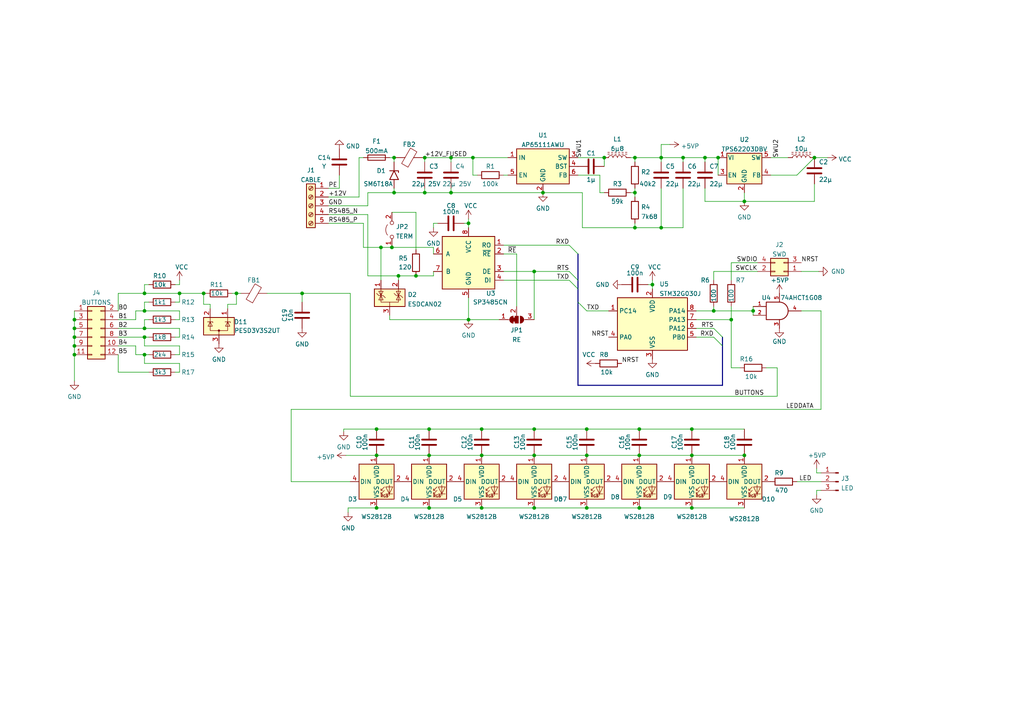
<source format=kicad_sch>
(kicad_sch (version 20211123) (generator eeschema)
  (paper "A4")
  (lib_symbols
    (symbol "74xGxx:74AHCT1G08" (pin_names (offset 1.016))
      (property "Reference" "U4" (at -3.81 3.81 0))
      (property "Value" "74AHCT1G08" (at 6.35 3.81 0))
      (symbol "74AHCT1G08_1_1"
        (pin input line (at -7.62 1.27 0) (length 3.81) (name "~") (number "1"))
        (pin input line (at -7.62 -1.27 0) (length 3.81) (name "~") (number "2"))
        (pin power_in line (at 0 -5.08 90) (length 2.54) (name "GND") (number "3"))
        (pin output line (at 6.35 0 180) (length 3.81) (name "~") (number "4"))
        (pin power_in line (at 0 5.08 270) (length 2.54) (name "VCC") (number "5"))
      )
    )
    (symbol "Connector:Conn_01x03_Male" (pin_names (offset 1.016) hide)
      (property "Reference" "J" (at 0 5.08 0))
      (property "Value" "Conn_01x03_Male" (at 0 -5.08 0))
      (symbol "Conn_01x03_Male_1_1"
        (pin passive line (at 5.08 2.54 180) (length 3.81) (name "Pin_1") (number "1"))
        (pin passive line (at 5.08 0 180) (length 3.81) (name "Pin_2") (number "2"))
        (pin passive line (at 5.08 -2.54 180) (length 3.81) (name "Pin_3") (number "3"))
      )
    )
    (symbol "Connector:Screw_Terminal_01x05" (pin_names (offset 1.016) hide)
      (property "Reference" "J" (at 0 7.62 0))
      (property "Value" "Screw_Terminal_01x05" (at 0 -7.62 0))
      (symbol "Screw_Terminal_01x05_1_1"
        (pin passive line (at -5.08 5.08 0) (length 3.81) (name "Pin_1") (number "1"))
        (pin passive line (at -5.08 2.54 0) (length 3.81) (name "Pin_2") (number "2"))
        (pin passive line (at -5.08 0 0) (length 3.81) (name "Pin_3") (number "3"))
        (pin passive line (at -5.08 -2.54 0) (length 3.81) (name "Pin_4") (number "4"))
        (pin passive line (at -5.08 -5.08 0) (length 3.81) (name "Pin_5") (number "5"))
      )
    )
    (symbol "Connector_Generic:Conn_02x02_Odd_Even" (pin_names (offset 1.016) hide)
      (property "Reference" "J" (at 1.27 2.54 0))
      (property "Value" "Conn_02x02_Odd_Even" (at 1.27 -5.08 0))
      (symbol "Conn_02x02_Odd_Even_1_1"
        (pin passive line (at -5.08 0 0) (length 3.81) (name "Pin_1") (number "1"))
        (pin passive line (at 7.62 0 180) (length 3.81) (name "Pin_2") (number "2"))
        (pin passive line (at -5.08 -2.54 0) (length 3.81) (name "Pin_3") (number "3"))
        (pin passive line (at 7.62 -2.54 180) (length 3.81) (name "Pin_4") (number "4"))
      )
    )
    (symbol "Connector_Generic:Conn_02x06_Odd_Even" (pin_names (offset 1.016) hide)
      (property "Reference" "J" (at 1.27 7.62 0))
      (property "Value" "Conn_02x06_Odd_Even" (at 1.27 -10.16 0))
      (symbol "Conn_02x06_Odd_Even_1_1"
        (pin passive line (at -5.08 5.08 0) (length 3.81) (name "Pin_1") (number "1"))
        (pin passive line (at 7.62 -5.08 180) (length 3.81) (name "Pin_10") (number "10"))
        (pin passive line (at -5.08 -7.62 0) (length 3.81) (name "Pin_11") (number "11"))
        (pin passive line (at 7.62 -7.62 180) (length 3.81) (name "Pin_12") (number "12"))
        (pin passive line (at 7.62 5.08 180) (length 3.81) (name "Pin_2") (number "2"))
        (pin passive line (at -5.08 2.54 0) (length 3.81) (name "Pin_3") (number "3"))
        (pin passive line (at 7.62 2.54 180) (length 3.81) (name "Pin_4") (number "4"))
        (pin passive line (at -5.08 0 0) (length 3.81) (name "Pin_5") (number "5"))
        (pin passive line (at 7.62 0 180) (length 3.81) (name "Pin_6") (number "6"))
        (pin passive line (at -5.08 -2.54 0) (length 3.81) (name "Pin_7") (number "7"))
        (pin passive line (at 7.62 -2.54 180) (length 3.81) (name "Pin_8") (number "8"))
        (pin passive line (at -5.08 -5.08 0) (length 3.81) (name "Pin_9") (number "9"))
      )
    )
    (symbol "Device:C" (pin_numbers hide) (pin_names (offset 0.254))
      (property "Reference" "C" (at 0.635 2.54 0))
      (property "Value" "C" (at 0.635 -2.54 0))
      (symbol "C_1_1"
        (pin passive line (at 0 3.81 270) (length 2.794) (name "~") (number "1"))
        (pin passive line (at 0 -3.81 90) (length 2.794) (name "~") (number "2"))
      )
    )
    (symbol "Device:FerriteBead" (pin_numbers hide) (pin_names (offset 0))
      (property "Reference" "FB" (at -3.81 0.635 90))
      (property "Value" "FerriteBead" (at 3.81 0 90))
      (symbol "FerriteBead_1_1"
        (pin passive line (at 0 3.81 270) (length 2.54) (name "~") (number "1"))
        (pin passive line (at 0 -3.81 90) (length 2.54) (name "~") (number "2"))
      )
    )
    (symbol "Device:Fuse" (pin_numbers hide) (pin_names (offset 0))
      (property "Reference" "F" (at 2.032 0 90))
      (property "Value" "Fuse" (at -1.905 0 90))
      (symbol "Fuse_1_1"
        (pin passive line (at 0 3.81 270) (length 1.27) (name "~") (number "1"))
        (pin passive line (at 0 -3.81 90) (length 1.27) (name "~") (number "2"))
      )
    )
    (symbol "Device:L_Ferrite" (pin_numbers hide) (pin_names (offset 1.016) hide)
      (property "Reference" "L" (at -1.27 0 90))
      (property "Value" "L_Ferrite" (at 2.794 0 90))
      (symbol "L_Ferrite_1_1"
        (pin passive line (at 0 3.81 270) (length 1.27) (name "1") (number "1"))
        (pin passive line (at 0 -3.81 90) (length 1.27) (name "2") (number "2"))
      )
    )
    (symbol "Device:R" (pin_numbers hide) (pin_names (offset 0))
      (property "Reference" "R" (at 2.032 0 90))
      (property "Value" "R" (at 0 0 90))
      (symbol "R_1_1"
        (pin passive line (at 0 3.81 270) (length 1.27) (name "~") (number "1"))
        (pin passive line (at 0 -3.81 90) (length 1.27) (name "~") (number "2"))
      )
    )
    (symbol "Diode:SM6T18A" (pin_numbers hide) (pin_names (offset 1.016) hide)
      (property "Reference" "D" (at 0 2.54 0))
      (property "Value" "SM6T18A" (at 0 -2.54 0))
      (symbol "SM6T18A_1_1"
        (pin passive line (at -3.81 0 0) (length 2.54) (name "A1") (number "1"))
        (pin passive line (at 3.81 0 180) (length 2.54) (name "A2") (number "2"))
      )
    )
    (symbol "Interface_UART:SP3485CN" (pin_names (offset 1.016))
      (property "Reference" "U" (at -7.62 8.89 0))
      (property "Value" "SP3485CN" (at 2.54 8.89 0))
      (symbol "SP3485CN_1_1"
        (pin output line (at -10.16 5.08 0) (length 2.54) (name "RO") (number "1"))
        (pin input line (at -10.16 2.54 0) (length 2.54) (name "~{RE}") (number "2"))
        (pin input line (at -10.16 -2.54 0) (length 2.54) (name "DE") (number "3"))
        (pin input line (at -10.16 -5.08 0) (length 2.54) (name "DI") (number "4"))
        (pin power_in line (at 0 -10.16 90) (length 2.54) (name "GND") (number "5"))
        (pin bidirectional line (at 10.16 2.54 180) (length 2.54) (name "A") (number "6"))
        (pin bidirectional line (at 10.16 -2.54 180) (length 2.54) (name "B") (number "7"))
        (pin power_in line (at 0 10.16 270) (length 2.54) (name "VCC") (number "8"))
      )
    )
    (symbol "Jumper:Jumper_2_Open" (pin_names (offset 0) hide)
      (property "Reference" "JP" (at 0 2.794 0))
      (property "Value" "Jumper_2_Open" (at 0 -2.286 0))
      (symbol "Jumper_2_Open_1_1"
        (pin passive line (at -5.08 0 0) (length 2.54) (name "A") (number "1"))
        (pin passive line (at 5.08 0 180) (length 2.54) (name "B") (number "2"))
      )
    )
    (symbol "Jumper:SolderJumper_3_Bridged12" (pin_names (offset 0) hide)
      (property "Reference" "JP" (at -2.54 -2.54 0))
      (property "Value" "SolderJumper_3_Bridged12" (at 0 2.794 0))
      (symbol "SolderJumper_3_Bridged12_1_1"
        (pin passive line (at -5.08 0 0) (length 2.54) (name "A") (number "1"))
        (pin input line (at 0 -3.81 90) (length 2.54) (name "C") (number "2"))
        (pin passive line (at 5.08 0 180) (length 2.54) (name "B") (number "3"))
      )
    )
    (symbol "LED:WS2812B" (pin_names (offset 0.254))
      (property "Reference" "D" (at 5.08 5.715 0))
      (property "Value" "WS2812B" (at 1.27 -5.715 0))
      (symbol "WS2812B_0_0"
        (text "RGB" (at 2.286 -4.191 0) (effects (font (size 0.762 0.762))))
      )
      (symbol "WS2812B_1_1"
        (pin power_in line (at 0 7.62 270) (length 2.54) (name "VDD") (number "1"))
        (pin output line (at 7.62 0 180) (length 2.54) (name "DOUT") (number "2"))
        (pin power_in line (at 0 -7.62 90) (length 2.54) (name "VSS") (number "3"))
        (pin input line (at -7.62 0 0) (length 2.54) (name "DIN") (number "4"))
      )
    )
    (symbol "MCU_ST_STM32F0:STM32G030J"
      (property "Reference" "U" (at -10.16 10.16 0))
      (property "Value" "STM32G030J" (at 2.54 10.16 0))
      (symbol "STM32G030J_1_1"
        (pin bidirectional line (at -12.7 3.81 0) (length 2.54) (name "PC14") (number "1"))
        (pin power_in line (at 0 10.16 270) (length 2.54) (name "VDD") (number "2"))
        (pin power_in line (at 0 -10.16 90) (length 2.54) (name "VSS") (number "3"))
        (pin bidirectional line (at -12.7 -3.81 0) (length 2.54) (name "PA0") (number "4"))
        (pin bidirectional line (at 12.7 -3.81 180) (length 2.54) (name "PB0") (number "5"))
        (pin bidirectional line (at 12.7 -1.27 180) (length 2.54) (name "PA12") (number "6"))
        (pin bidirectional line (at 12.7 1.27 180) (length 2.54) (name "PA13") (number "7"))
        (pin bidirectional line (at 12.7 3.81 180) (length 2.54) (name "PA14") (number "8"))
      )
    )
    (symbol "Power_Protection:SP0502BAHT" (pin_names hide)
      (property "Reference" "D" (at 5.715 2.54 0))
      (property "Value" "SP0502BAHT" (at 5.715 0.635 0))
      (symbol "SP0502BAHT_0_0"
        (pin passive line (at 0 -5.08 90) (length 2.54) (name "A") (number "3"))
      )
      (symbol "SP0502BAHT_1_1"
        (pin passive line (at -2.54 5.08 270) (length 2.54) (name "K") (number "1"))
        (pin passive line (at 2.54 5.08 270) (length 2.54) (name "K") (number "2"))
      )
    )
    (symbol "Power_Protection:SZNUP2105L" (pin_names hide)
      (property "Reference" "D" (at 5.715 2.54 0))
      (property "Value" "SZNUP2105L" (at 5.715 0.635 0))
      (symbol "SZNUP2105L_0_0"
        (pin passive line (at 0 -5.08 90) (length 2.54) (name "A") (number "3"))
      )
      (symbol "SZNUP2105L_1_1"
        (pin passive line (at -2.54 5.08 270) (length 2.54) (name "K") (number "1"))
        (pin passive line (at 2.54 5.08 270) (length 2.54) (name "K") (number "2"))
      )
    )
    (symbol "Regulator_Switching:AP65111AWU"
      (property "Reference" "U" (at -7.62 6.35 0))
      (property "Value" "AP65111AWU" (at 2.54 6.35 0))
      (symbol "AP65111AWU_1_1"
        (pin power_in line (at -10.16 2.54 0) (length 2.54) (name "IN") (number "1"))
        (pin power_in line (at 0 -7.62 90) (length 2.54) (name "GND") (number "2"))
        (pin output line (at 10.16 2.54 180) (length 2.54) (name "SW") (number "3"))
        (pin passive line (at 10.16 0 180) (length 2.54) (name "BST") (number "4"))
        (pin input line (at -10.16 -2.54 0) (length 2.54) (name "EN") (number "5"))
        (pin input line (at 10.16 -2.54 180) (length 2.54) (name "FB") (number "6"))
      )
    )
    (symbol "Regulator_Switching:TPS62203DBV" (pin_names (offset 0.254))
      (property "Reference" "U" (at -5.08 7.62 0))
      (property "Value" "TPS62203DBV" (at 0 7.62 0))
      (symbol "TPS62203DBV_1_1"
        (pin power_in line (at -7.62 5.08 0) (length 2.54) (name "VI") (number "1"))
        (pin power_in line (at 0 -5.08 90) (length 2.54) (name "GND") (number "2"))
        (pin input line (at -7.62 0 0) (length 2.54) (name "EN") (number "3"))
        (pin input line (at 7.62 0 180) (length 2.54) (name "FB") (number "4"))
        (pin output line (at 7.62 5.08 180) (length 2.54) (name "SW") (number "5"))
      )
    )
    (symbol "power:+5VP" (power) (pin_names (offset 0))
      (property "Value" "+5VP" (at 0 3.556 0))
      (symbol "+5VP_1_1"
        (pin power_in line (at 0 0 90) (length 0) hide (name "+5VP") (number "1"))
      )
    )
    (symbol "power:GND" (power) (pin_names (offset 0))
      (property "Value" "GND" (at 0 -3.81 0))
      (symbol "GND_1_1"
        (pin power_in line (at 0 0 270) (length 0) hide (name "GND") (number "1"))
      )
    )
    (symbol "power:VCC" (power) (pin_names (offset 0))
      (property "Value" "VCC" (at 0 3.81 0))
      (symbol "VCC_1_1"
        (pin power_in line (at 0 0 90) (length 0) hide (name "VCC") (number "1"))
      )
    )
  )
  (junction (at 154.94 124.46))
  (junction (at 184.15 55.88))
  (junction (at 175.26 45.72))
  (junction (at 215.9 58.42))
  (junction (at 68.58 85.09))
  (junction (at 41.91 90.17))
  (junction (at 185.42 132.08))
  (junction (at 41.91 95.25))
  (junction (at 130.81 45.72))
  (junction (at 110.49 71.755))
  (junction (at 191.77 45.72))
  (junction (at 109.22 132.08))
  (junction (at 184.15 66.04))
  (junction (at 123.19 55.88))
  (junction (at 218.44 90.17))
  (junction (at 41.91 85.09))
  (junction (at 157.48 55.88))
  (junction (at 200.66 147.32))
  (junction (at 200.66 132.08))
  (junction (at 124.46 132.08))
  (junction (at 124.46 124.46))
  (junction (at 139.7 147.32))
  (junction (at 215.9 132.08))
  (junction (at 154.94 78.74))
  (junction (at 109.22 147.32))
  (junction (at 114.3 55.88))
  (junction (at 123.19 45.72))
  (junction (at 236.22 45.72))
  (junction (at 113.665 71.755))
  (junction (at 139.7 124.46))
  (junction (at 135.89 64.77))
  (junction (at 185.42 147.32))
  (junction (at 170.18 132.08))
  (junction (at 114.3 45.72))
  (junction (at 115.57 80.01))
  (junction (at 154.94 147.32))
  (junction (at 21.59 95.25))
  (junction (at 191.77 66.04))
  (junction (at 59.055 85.09))
  (junction (at 154.94 132.08))
  (junction (at 184.15 45.72))
  (junction (at 170.18 147.32))
  (junction (at 207.01 90.17))
  (junction (at 135.89 92.71))
  (junction (at 21.59 97.79))
  (junction (at 52.07 85.09))
  (junction (at 41.91 102.87))
  (junction (at 204.47 45.72))
  (junction (at 124.46 147.32))
  (junction (at 87.63 85.09))
  (junction (at 21.59 102.87))
  (junction (at 208.28 45.72))
  (junction (at 200.66 124.46))
  (junction (at 137.16 45.72))
  (junction (at 170.18 124.46))
  (junction (at 120.65 80.01))
  (junction (at 139.7 132.08))
  (junction (at 189.23 82.55))
  (junction (at 109.22 124.46))
  (junction (at 41.91 97.79))
  (junction (at 198.12 45.72))
  (junction (at 185.42 124.46))
  (junction (at 130.81 55.88))
  (junction (at 21.59 100.33))
  (junction (at 212.09 92.71))
  (junction (at 21.59 92.71))
  (bus_entry (at 167.64 87.63) (size 2.54 2.54))
  (bus_entry (at 165.1 81.28) (size 2.54 2.54))
  (bus_entry (at 165.1 71.12) (size 2.54 2.54))
  (bus_entry (at 165.1 78.74) (size 2.54 2.54))
  (bus_entry (at 207.01 97.79) (size 2.54 2.54))
  (bus_entry (at 207.01 95.25) (size 2.54 2.54))
  (wire (pts (xy 207.01 90.17) (xy 218.44 90.17)))
  (wire (pts (xy 154.94 124.46) (xy 170.18 124.46)))
  (wire (pts (xy 113.03 91.44) (xy 113.03 92.71)))
  (wire (pts (xy 149.86 88.9) (xy 149.86 73.66)))
  (wire (pts (xy 34.29 100.33) (xy 39.37 100.33)))
  (wire (pts (xy 154.94 78.74) (xy 154.94 92.71)))
  (wire (pts (xy 187.96 82.55) (xy 189.23 82.55)))
  (wire (pts (xy 201.93 97.79) (xy 207.01 97.79)))
  (wire (pts (xy 59.055 85.09) (xy 59.69 85.09)))
  (wire (pts (xy 223.52 45.72) (xy 228.6 45.72)))
  (wire (pts (xy 105.41 64.77) (xy 105.41 71.755)))
  (wire (pts (xy 52.07 90.17) (xy 41.91 90.17)))
  (wire (pts (xy 184.15 55.88) (xy 184.15 57.15)))
  (wire (pts (xy 113.03 45.72) (xy 114.3 45.72)))
  (wire (pts (xy 50.8 87.63) (xy 52.07 87.63)))
  (wire (pts (xy 113.03 92.71) (xy 135.89 92.71)))
  (wire (pts (xy 170.18 124.46) (xy 185.42 124.46)))
  (wire (pts (xy 212.09 92.71) (xy 212.09 88.9)))
  (bus (pts (xy 167.64 83.82) (xy 167.64 87.63)))
  (wire (pts (xy 34.29 85.09) (xy 41.91 85.09)))
  (wire (pts (xy 87.63 85.09) (xy 101.6 85.09)))
  (wire (pts (xy 39.37 102.87) (xy 41.91 102.87)))
  (wire (pts (xy 41.91 82.55) (xy 41.91 85.09)))
  (wire (pts (xy 130.81 55.88) (xy 157.48 55.88)))
  (wire (pts (xy 34.29 92.71) (xy 39.37 92.71)))
  (wire (pts (xy 52.07 95.25) (xy 52.07 97.79)))
  (wire (pts (xy 170.18 132.08) (xy 185.42 132.08)))
  (wire (pts (xy 204.47 58.42) (xy 215.9 58.42)))
  (wire (pts (xy 168.91 66.04) (xy 184.15 66.04)))
  (wire (pts (xy 236.855 142.24) (xy 238.125 142.24)))
  (wire (pts (xy 106.68 62.23) (xy 106.68 80.01)))
  (wire (pts (xy 125.73 78.74) (xy 125.73 80.01)))
  (wire (pts (xy 43.18 97.79) (xy 41.91 97.79)))
  (wire (pts (xy 52.07 100.33) (xy 52.07 102.87)))
  (bus (pts (xy 167.64 73.66) (xy 167.64 81.28)))
  (wire (pts (xy 134.62 64.77) (xy 135.89 64.77)))
  (wire (pts (xy 184.15 45.72) (xy 184.15 46.99)))
  (wire (pts (xy 52.07 92.71) (xy 52.07 90.17)))
  (wire (pts (xy 105.41 45.72) (xy 104.14 45.72)))
  (wire (pts (xy 39.37 100.33) (xy 39.37 102.87)))
  (wire (pts (xy 236.22 45.72) (xy 231.14 50.8)))
  (wire (pts (xy 95.25 62.23) (xy 106.68 62.23)))
  (wire (pts (xy 41.91 97.79) (xy 41.91 100.33)))
  (wire (pts (xy 34.29 107.95) (xy 43.18 107.95)))
  (wire (pts (xy 41.91 92.71) (xy 41.91 95.25)))
  (wire (pts (xy 154.94 132.08) (xy 170.18 132.08)))
  (wire (pts (xy 50.8 102.87) (xy 52.07 102.87)))
  (wire (pts (xy 60.96 88.265) (xy 60.96 89.535)))
  (wire (pts (xy 110.49 71.755) (xy 113.665 71.755)))
  (wire (pts (xy 184.15 45.72) (xy 191.77 45.72)))
  (wire (pts (xy 222.25 106.68) (xy 225.425 106.68)))
  (wire (pts (xy 125.73 71.755) (xy 125.73 73.66)))
  (wire (pts (xy 198.12 66.04) (xy 198.12 54.61)))
  (wire (pts (xy 231.14 139.7) (xy 238.125 139.7)))
  (wire (pts (xy 109.22 132.08) (xy 124.46 132.08)))
  (wire (pts (xy 191.77 54.61) (xy 191.77 66.04)))
  (wire (pts (xy 95.25 59.69) (xy 106.68 59.69)))
  (wire (pts (xy 106.68 80.01) (xy 115.57 80.01)))
  (wire (pts (xy 113.665 71.755) (xy 125.73 71.755)))
  (wire (pts (xy 41.91 85.09) (xy 52.07 85.09)))
  (wire (pts (xy 124.46 147.32) (xy 139.7 147.32)))
  (wire (pts (xy 236.855 143.51) (xy 236.855 142.24)))
  (wire (pts (xy 115.57 80.01) (xy 115.57 81.28)))
  (wire (pts (xy 194.31 41.91) (xy 191.77 41.91)))
  (wire (pts (xy 218.44 90.17) (xy 218.44 91.44)))
  (wire (pts (xy 39.37 92.71) (xy 39.37 90.17)))
  (wire (pts (xy 236.855 135.89) (xy 236.855 137.16)))
  (wire (pts (xy 167.64 50.8) (xy 173.99 50.8)))
  (bus (pts (xy 167.64 87.63) (xy 167.64 111.76)))
  (wire (pts (xy 101.6 114.935) (xy 225.425 114.935)))
  (wire (pts (xy 68.58 88.265) (xy 68.58 85.09)))
  (wire (pts (xy 95.25 54.61) (xy 98.425 54.61)))
  (wire (pts (xy 204.47 45.72) (xy 204.47 46.99)))
  (wire (pts (xy 125.73 80.01) (xy 120.65 80.01)))
  (wire (pts (xy 66.04 89.535) (xy 66.04 88.265)))
  (wire (pts (xy 98.425 50.8) (xy 98.425 54.61)))
  (wire (pts (xy 87.63 85.09) (xy 87.63 87.63)))
  (wire (pts (xy 137.16 45.72) (xy 137.16 50.8)))
  (wire (pts (xy 147.32 45.72) (xy 137.16 45.72)))
  (wire (pts (xy 50.8 107.95) (xy 52.07 107.95)))
  (wire (pts (xy 41.91 87.63) (xy 43.18 87.63)))
  (wire (pts (xy 184.15 66.04) (xy 191.77 66.04)))
  (wire (pts (xy 130.81 45.72) (xy 137.16 45.72)))
  (wire (pts (xy 200.66 124.46) (xy 215.9 124.46)))
  (wire (pts (xy 238.125 118.745) (xy 238.125 90.17)))
  (wire (pts (xy 104.14 45.72) (xy 104.14 57.15)))
  (wire (pts (xy 66.04 88.265) (xy 68.58 88.265)))
  (wire (pts (xy 109.22 147.32) (xy 124.46 147.32)))
  (wire (pts (xy 100.965 147.32) (xy 109.22 147.32)))
  (wire (pts (xy 130.81 45.72) (xy 130.81 46.99)))
  (wire (pts (xy 50.8 97.79) (xy 52.07 97.79)))
  (wire (pts (xy 223.52 50.8) (xy 231.14 50.8)))
  (wire (pts (xy 104.14 57.15) (xy 95.25 57.15)))
  (wire (pts (xy 123.19 55.88) (xy 130.81 55.88)))
  (wire (pts (xy 99.695 125.095) (xy 99.695 124.46)))
  (wire (pts (xy 189.23 82.55) (xy 189.23 81.28)))
  (wire (pts (xy 41.91 95.25) (xy 52.07 95.25)))
  (wire (pts (xy 154.94 78.74) (xy 165.1 78.74)))
  (wire (pts (xy 21.59 92.71) (xy 21.59 95.25)))
  (wire (pts (xy 236.22 45.72) (xy 240.03 45.72)))
  (wire (pts (xy 125.73 66.04) (xy 125.73 64.77)))
  (wire (pts (xy 207.01 78.74) (xy 219.71 78.74)))
  (wire (pts (xy 212.09 92.71) (xy 212.09 106.68)))
  (wire (pts (xy 139.7 132.08) (xy 154.94 132.08)))
  (wire (pts (xy 207.01 78.74) (xy 207.01 81.28)))
  (wire (pts (xy 154.94 147.32) (xy 170.18 147.32)))
  (wire (pts (xy 170.18 147.32) (xy 185.42 147.32)))
  (wire (pts (xy 59.055 85.09) (xy 59.055 88.265)))
  (wire (pts (xy 191.77 41.91) (xy 191.77 45.72)))
  (wire (pts (xy 34.29 95.25) (xy 41.91 95.25)))
  (wire (pts (xy 191.77 66.04) (xy 198.12 66.04)))
  (wire (pts (xy 106.68 55.88) (xy 114.3 55.88)))
  (wire (pts (xy 135.89 64.77) (xy 135.89 66.04)))
  (wire (pts (xy 34.29 90.17) (xy 34.29 85.09)))
  (wire (pts (xy 198.12 45.72) (xy 204.47 45.72)))
  (wire (pts (xy 168.91 55.88) (xy 168.91 66.04)))
  (wire (pts (xy 50.8 92.71) (xy 52.07 92.71)))
  (bus (pts (xy 209.55 97.79) (xy 209.55 100.33)))
  (bus (pts (xy 167.64 111.76) (xy 209.55 111.76)))
  (wire (pts (xy 200.66 132.08) (xy 215.9 132.08)))
  (wire (pts (xy 146.05 50.8) (xy 147.32 50.8)))
  (wire (pts (xy 43.18 92.71) (xy 41.91 92.71)))
  (wire (pts (xy 130.81 54.61) (xy 130.81 55.88)))
  (wire (pts (xy 157.48 55.88) (xy 168.91 55.88)))
  (wire (pts (xy 201.93 92.71) (xy 212.09 92.71)))
  (wire (pts (xy 184.15 64.77) (xy 184.15 66.04)))
  (wire (pts (xy 114.3 45.72) (xy 114.935 45.72)))
  (wire (pts (xy 189.23 82.55) (xy 189.23 83.82)))
  (wire (pts (xy 201.93 90.17) (xy 207.01 90.17)))
  (wire (pts (xy 236.855 137.16) (xy 238.125 137.16)))
  (wire (pts (xy 110.49 71.755) (xy 110.49 81.28)))
  (wire (pts (xy 135.89 92.71) (xy 144.78 92.71)))
  (wire (pts (xy 170.18 90.17) (xy 176.53 90.17)))
  (wire (pts (xy 41.91 90.17) (xy 41.91 87.63)))
  (wire (pts (xy 68.58 85.09) (xy 69.85 85.09)))
  (wire (pts (xy 173.99 55.88) (xy 175.26 55.88)))
  (wire (pts (xy 200.66 147.32) (xy 215.9 147.32)))
  (wire (pts (xy 21.59 97.79) (xy 21.59 100.33)))
  (wire (pts (xy 113.665 61.595) (xy 120.65 61.595)))
  (bus (pts (xy 209.55 100.33) (xy 209.55 111.76)))
  (wire (pts (xy 207.01 90.17) (xy 207.01 88.9)))
  (wire (pts (xy 115.57 80.01) (xy 120.65 80.01)))
  (wire (pts (xy 191.77 45.72) (xy 191.77 46.99)))
  (wire (pts (xy 236.22 58.42) (xy 236.22 53.34)))
  (wire (pts (xy 43.18 102.87) (xy 41.91 102.87)))
  (wire (pts (xy 34.29 102.87) (xy 34.29 107.95)))
  (wire (pts (xy 77.47 85.09) (xy 87.63 85.09)))
  (wire (pts (xy 52.07 105.41) (xy 52.07 107.95)))
  (wire (pts (xy 39.37 90.17) (xy 41.91 90.17)))
  (wire (pts (xy 146.05 81.28) (xy 165.1 81.28)))
  (wire (pts (xy 237.49 78.74) (xy 232.41 78.74)))
  (wire (pts (xy 41.91 102.87) (xy 41.91 105.41)))
  (wire (pts (xy 175.26 45.72) (xy 175.26 48.26)))
  (wire (pts (xy 21.59 95.25) (xy 21.59 97.79)))
  (wire (pts (xy 135.89 63.5) (xy 135.89 64.77)))
  (wire (pts (xy 184.15 54.61) (xy 184.15 55.88)))
  (wire (pts (xy 52.07 81.28) (xy 52.07 82.55)))
  (wire (pts (xy 198.12 45.72) (xy 198.12 46.99)))
  (wire (pts (xy 34.29 97.79) (xy 41.91 97.79)))
  (wire (pts (xy 185.42 147.32) (xy 200.66 147.32)))
  (wire (pts (xy 208.28 45.72) (xy 208.28 50.8)))
  (wire (pts (xy 106.68 59.69) (xy 106.68 55.88)))
  (wire (pts (xy 225.425 106.68) (xy 225.425 114.935)))
  (wire (pts (xy 114.3 55.88) (xy 123.19 55.88)))
  (wire (pts (xy 124.46 124.46) (xy 139.7 124.46)))
  (wire (pts (xy 123.19 54.61) (xy 123.19 55.88)))
  (wire (pts (xy 204.47 45.72) (xy 208.28 45.72)))
  (wire (pts (xy 95.25 64.77) (xy 105.41 64.77)))
  (wire (pts (xy 204.47 54.61) (xy 204.47 58.42)))
  (wire (pts (xy 212.09 76.2) (xy 219.71 76.2)))
  (wire (pts (xy 185.42 132.08) (xy 200.66 132.08)))
  (wire (pts (xy 212.09 106.68) (xy 214.63 106.68)))
  (wire (pts (xy 67.31 85.09) (xy 68.58 85.09)))
  (wire (pts (xy 139.7 124.46) (xy 154.94 124.46)))
  (wire (pts (xy 109.22 124.46) (xy 124.46 124.46)))
  (wire (pts (xy 101.6 139.7) (xy 84.455 139.7)))
  (wire (pts (xy 137.16 50.8) (xy 138.43 50.8)))
  (wire (pts (xy 146.05 71.12) (xy 165.1 71.12)))
  (wire (pts (xy 215.9 55.88) (xy 215.9 58.42)))
  (wire (pts (xy 149.86 73.66) (xy 146.05 73.66)))
  (wire (pts (xy 21.59 102.87) (xy 21.59 110.49)))
  (wire (pts (xy 100.965 148.59) (xy 100.965 147.32)))
  (wire (pts (xy 215.9 58.42) (xy 236.22 58.42)))
  (wire (pts (xy 120.65 61.595) (xy 120.65 72.39)))
  (wire (pts (xy 84.455 118.745) (xy 238.125 118.745)))
  (wire (pts (xy 218.44 88.9) (xy 218.44 90.17)))
  (wire (pts (xy 212.09 81.28) (xy 212.09 76.2)))
  (wire (pts (xy 52.07 85.09) (xy 52.07 87.63)))
  (wire (pts (xy 84.455 139.7) (xy 84.455 118.745)))
  (wire (pts (xy 99.695 124.46) (xy 109.22 124.46)))
  (wire (pts (xy 191.77 45.72) (xy 198.12 45.72)))
  (wire (pts (xy 114.3 45.72) (xy 114.3 46.99)))
  (wire (pts (xy 101.6 85.09) (xy 101.6 114.935)))
  (wire (pts (xy 114.3 54.61) (xy 114.3 55.88)))
  (wire (pts (xy 201.93 95.25) (xy 207.01 95.25)))
  (wire (pts (xy 21.59 100.33) (xy 21.59 102.87)))
  (wire (pts (xy 167.64 45.72) (xy 175.26 45.72)))
  (wire (pts (xy 100.33 132.08) (xy 109.22 132.08)))
  (wire (pts (xy 124.46 132.08) (xy 139.7 132.08)))
  (wire (pts (xy 122.555 45.72) (xy 123.19 45.72)))
  (wire (pts (xy 182.88 45.72) (xy 184.15 45.72)))
  (wire (pts (xy 135.89 86.36) (xy 135.89 92.71)))
  (wire (pts (xy 105.41 71.755) (xy 110.49 71.755)))
  (wire (pts (xy 182.88 55.88) (xy 184.15 55.88)))
  (wire (pts (xy 52.07 85.09) (xy 59.055 85.09)))
  (wire (pts (xy 43.18 82.55) (xy 41.91 82.55)))
  (wire (pts (xy 123.19 45.72) (xy 123.19 46.99)))
  (wire (pts (xy 21.59 90.17) (xy 21.59 92.71)))
  (wire (pts (xy 59.055 88.265) (xy 60.96 88.265)))
  (wire (pts (xy 146.05 78.74) (xy 154.94 78.74)))
  (wire (pts (xy 139.7 147.32) (xy 154.94 147.32)))
  (wire (pts (xy 50.8 82.55) (xy 52.07 82.55)))
  (wire (pts (xy 41.91 105.41) (xy 52.07 105.41)))
  (wire (pts (xy 41.91 100.33) (xy 52.07 100.33)))
  (wire (pts (xy 123.19 45.72) (xy 130.81 45.72)))
  (bus (pts (xy 167.64 81.28) (xy 167.64 83.82)))
  (wire (pts (xy 173.99 50.8) (xy 173.99 55.88)))
  (wire (pts (xy 125.73 64.77) (xy 127 64.77)))
  (wire (pts (xy 232.41 90.17) (xy 238.125 90.17)))
  (wire (pts (xy 185.42 124.46) (xy 200.66 124.46)))
  (label "~{RE}" (at 149.86 73.66 180))
  (label "TXD" (at 165.1 81.28 180))
  (label "B4" (at 34.29 100.33 0))
  (label "RTS" (at 165.1 78.74 180))
  (label "B2" (at 34.29 95.25 0))
  (label "RS485_P" (at 95.25 64.77 0))
  (label "SWU1" (at 168.91 45.72 90))
  (label "RXD" (at 207.01 97.79 180))
  (label "SWDIO" (at 219.71 76.2 180))
  (label "RTS" (at 207.01 95.25 180))
  (label "TXD" (at 170.18 90.17 0))
  (label "LEDDATA" (at 227.965 118.745 0))
  (label "NRST" (at 232.41 76.2 0))
  (label "SWCLK" (at 219.71 78.74 180))
  (label "B5" (at 34.29 102.87 0))
  (label "B0" (at 34.29 90.17 0))
  (label "B3" (at 34.29 97.79 0))
  (label "SWU2" (at 226.06 45.72 90))
  (label "LED" (at 231.775 139.7 0))
  (label "NRST" (at 180.34 105.41 0))
  (label "RS485_N" (at 95.25 62.23 0))
  (label "BUTTONS" (at 221.615 114.935 180))
  (label "GND" (at 95.25 59.69 0))
  (label "NRST" (at 176.53 97.79 180))
  (label "RXD" (at 165.1 71.12 180))
  (label "+12V_FUSED" (at 123.19 45.72 0))
  (label "+12V" (at 95.25 57.15 0))
  (label "PE" (at 95.25 54.61 0))
  (label "B1" (at 34.29 92.71 0))
  (symbol (lib_id "Device:R") (at 227.33 139.7 270) (unit 1)
    (property "Reference" "R9" (at 227.33 137.16 90) (effects (justify right)))
    (property "Value" "470" (at 228.6 142.24 90) (effects (justify right)))
    (property "Footprint" "Resistor_SMD:R_0805_2012Metric" (effects hide))
  )
  (symbol (lib_id "Regulator_Switching:AP65111AWU") (at 157.48 48.26 0) (unit 1)
    (property "Reference" "U1" (at 157.48 39.2135 0))
    (property "Value" "AP65111AWU" (at 157.48 41.9886 0))
    (property "Footprint" "Package_TO_SOT_SMD:TSOT-23-6" (effects hide))
    (property "Datasheet" "https://www.diodes.com/assets/Datasheets/AP65111A.pdf" (effects hide))
  )
  (symbol (lib_id "Device:R") (at 184.15 60.96 0) (unit 1)
    (property "Reference" "R4" (at 185.928 60.0515 0) (effects (justify left)))
    (property "Value" "7k68" (at 185.928 62.8266 0) (effects (justify left)))
    (property "Footprint" "Resistor_SMD:R_0805_2012Metric" (effects hide))
  )
  (symbol (lib_id "LED:WS2812B") (at 124.46 139.7 0) (unit 1)
    (property "Reference" "D4" (at 117.475 144.78 0))
    (property "Value" "WS2812B" (at 124.46 149.86 0))
    (property "Footprint" "LED_SMD:LED_WS2812B_PLCC4_5.0x5.0mm_P3.2mm" (effects hide))
    (property "Datasheet" "https://cdn-shop.adafruit.com/datasheets/WS2812B.pdf" (effects hide))
  )
  (symbol (lib_id "power:GND") (at 226.06 95.25 0) (unit 1)
    (property "Reference" "#PWR013" (effects hide))
    (property "Value" "GND" (at 226.06 99.06 0))
  )
  (symbol (lib_id "Interface_UART:SP3485CN") (at 135.89 76.2 0) (mirror y) (unit 1)
    (property "Reference" "U3" (at 140.97 85.09 0) (effects (justify right)))
    (property "Value" "SP3485CN" (at 137.16 87.63 0) (effects (justify right)))
    (property "Footprint" "Package_SO:SOIC-8_3.9x4.9mm_P1.27mm" (effects hide))
    (property "Datasheet" "http://www.icbase.com/pdf/SPX/SPX00480106.pdf" (effects hide))
  )
  (symbol (lib_id "power:GND") (at 215.9 58.42 0) (unit 1)
    (property "Reference" "#PWR04" (effects hide))
    (property "Value" "GND" (at 215.9 62.9825 0))
  )
  (symbol (lib_id "Jumper:SolderJumper_3_Bridged12") (at 149.86 92.71 0) (mirror x) (unit 1)
    (property "Reference" "JP1" (at 149.86 95.7485 0))
    (property "Value" "RE" (at 149.86 98.5236 0))
    (property "Footprint" "Jumper:SolderJumper-3_P1.3mm_Open_RoundedPad1.0x1.5mm" (effects hide))
  )
  (symbol (lib_id "power:GND") (at 157.48 55.88 0) (unit 1)
    (property "Reference" "#PWR03" (effects hide))
    (property "Value" "GND" (at 157.48 60.4425 0))
  )
  (symbol (lib_id "LED:WS2812B") (at 154.94 139.7 0) (unit 1)
    (property "Reference" "D6" (at 161.925 144.78 0))
    (property "Value" "WS2812B" (at 154.94 149.86 0))
    (property "Footprint" "LED_SMD:LED_WS2812B_PLCC4_5.0x5.0mm_P3.2mm" (effects hide))
    (property "Datasheet" "https://cdn-shop.adafruit.com/datasheets/WS2812B.pdf" (effects hide))
  )
  (symbol (lib_id "power:GND") (at 99.695 125.095 0) (unit 1)
    (property "Reference" "#PWR017" (effects hide))
    (property "Value" "GND" (at 99.695 129.6575 0))
  )
  (symbol (lib_id "Device:R") (at 142.24 50.8 90) (unit 1)
    (property "Reference" "R1" (at 142.24 48.26 90))
    (property "Value" "100k" (at 142.24 53.34 90))
    (property "Footprint" "Resistor_SMD:R_0805_2012Metric" (effects hide))
  )
  (symbol (lib_id "power:GND") (at 87.63 95.25 0) (unit 1)
    (property "Reference" "#PWR0104" (effects hide))
    (property "Value" "GND" (at 87.63 99.8125 0))
  )
  (symbol (lib_id "74xGxx:74AHCT1G08") (at 226.06 90.17 0) (unit 1)
    (property "Reference" "U4" (at 222.25 86.36 0))
    (property "Value" "74AHCT1G08" (at 232.41 86.36 0))
    (property "Footprint" "Package_TO_SOT_SMD:SOT-353_SC-70-5" (effects hide))
    (property "Datasheet" "http://www.ti.com/lit/sg/scyt129e/scyt129e.pdf" (effects hide))
  )
  (symbol (lib_id "Diode:SM6T18A") (at 114.3 50.8 270) (unit 1)
    (property "Reference" "D1" (at 109.22 49.53 90) (effects (justify left)))
    (property "Value" "SM6T18A" (at 105.41 53.34 90) (effects (justify left)))
    (property "Footprint" "Diode_SMD:D_SMB" (effects hide))
    (property "Datasheet" "https://www.st.com/resource/en/datasheet/sm6t.pdf" (effects hide))
  )
  (symbol (lib_id "Device:R") (at 63.5 85.09 270) (unit 1)
    (property "Reference" "R11" (at 64.77 82.55 90) (effects (justify right)))
    (property "Value" "10k" (at 64.77 85.09 90) (effects (justify right)))
    (property "Footprint" "Resistor_SMD:R_0805_2012Metric" (effects hide))
  )
  (symbol (lib_id "power:GND") (at 125.73 66.04 0) (unit 1)
    (property "Reference" "#PWR06" (effects hide))
    (property "Value" "GND" (at 125.73 70.6025 0))
  )
  (symbol (lib_id "power:VCC") (at 172.72 105.41 90) (unit 1)
    (property "Reference" "#PWR016" (effects hide))
    (property "Value" "VCC" (at 172.72 102.87 90) (effects (justify left)))
  )
  (symbol (lib_id "power:GND") (at 21.59 110.49 0) (unit 1)
    (property "Reference" "#PWR019" (effects hide))
    (property "Value" "GND" (at 21.59 115.0525 0))
  )
  (symbol (lib_id "power:GND") (at 237.49 78.74 90) (mirror x) (unit 1)
    (property "Reference" "#PWR07" (effects hide))
    (property "Value" "GND" (at 245.11 78.74 90) (effects (justify left)))
  )
  (symbol (lib_id "Connector:Conn_01x03_Male") (at 243.205 139.7 0) (mirror y) (unit 1)
    (property "Reference" "J3" (at 243.9162 138.7915 0) (effects (justify right)))
    (property "Value" "LED" (at 243.9162 141.5666 0) (effects (justify right)))
    (property "Footprint" "Connector_PinHeader_2.54mm:PinHeader_1x03_P2.54mm_Vertical" (effects hide))
  )
  (symbol (lib_id "Device:R") (at 46.99 97.79 270) (unit 1)
    (property "Reference" "R14" (at 56.515 97.79 90) (effects (justify right)))
    (property "Value" "1k8" (at 48.26 97.79 90) (effects (justify right)))
    (property "Footprint" "Resistor_SMD:R_0805_2012Metric" (effects hide))
  )
  (symbol (lib_id "Device:C") (at 185.42 128.27 180) (unit 1)
    (property "Reference" "C16" (at 180.34 128.27 90))
    (property "Value" "100n" (at 182.0696 128.27 90))
    (property "Footprint" "Capacitor_SMD:C_0805_2012Metric" (effects hide))
  )
  (symbol (lib_id "power:GND") (at 98.425 43.18 180) (unit 1)
    (property "Reference" "#PWR0103" (effects hide))
    (property "Value" "GND" (at 100.33 42.389 0) (effects (justify right)))
  )
  (symbol (lib_id "Device:C") (at 170.18 128.27 180) (unit 1)
    (property "Reference" "C15" (at 165.1 128.27 90))
    (property "Value" "100n" (at 166.8296 128.27 90))
    (property "Footprint" "Capacitor_SMD:C_0805_2012Metric" (effects hide))
  )
  (symbol (lib_id "Device:C") (at 130.81 50.8 0) (unit 1)
    (property "Reference" "C4" (at 132.08 48.26 0) (effects (justify left)))
    (property "Value" "22µ 25V" (at 128.27 53.34 0) (effects (justify left)))
    (property "Footprint" "Capacitor_SMD:C_0805_2012Metric" (effects hide))
  )
  (symbol (lib_id "Power_Protection:SP0502BAHT") (at 63.5 94.615 0) (mirror y) (unit 1)
    (property "Reference" "D11" (at 71.755 93.345 0) (effects (justify left)))
    (property "Value" "PESD3V3S2UT" (at 81.28 95.885 0) (effects (justify left)))
    (property "Footprint" "Package_TO_SOT_SMD:SOT-23" (effects hide))
    (property "Datasheet" "http://www.littelfuse.com/~/media/files/littelfuse/technical%20resources/documents/data%20sheets/sp05xxba.pdf" (effects hide))
  )
  (symbol (lib_id "Device:L_Ferrite") (at 232.41 45.72 90) (unit 1)
    (property "Reference" "L2" (at 232.41 40.3565 90))
    (property "Value" "10µ" (at 232.41 43.1316 90))
    (property "Footprint" "Inductor_SMD:L_Coilcraft_XxL4030" (effects hide))
  )
  (symbol (lib_id "Device:R") (at 46.99 102.87 270) (unit 1)
    (property "Reference" "R15" (at 56.515 102.87 90) (effects (justify right)))
    (property "Value" "2k4" (at 48.26 102.87 90) (effects (justify right)))
    (property "Footprint" "Resistor_SMD:R_0805_2012Metric" (effects hide))
  )
  (symbol (lib_id "MCU_ST_STM32F0:STM32G030J") (at 189.23 93.98 0) (unit 1)
    (property "Reference" "U5" (at 191.2494 82.3935 0) (effects (justify left)))
    (property "Value" "STM32G030J" (at 191.2494 85.1686 0) (effects (justify left)))
    (property "Footprint" "Package_SO:SOIC-8_3.9x4.9mm_P1.27mm" (effects hide))
  )
  (symbol (lib_id "Device:C") (at 204.47 50.8 0) (unit 1)
    (property "Reference" "C7" (at 205.74 48.26 0) (effects (justify left)))
    (property "Value" "22µ" (at 205.74 53.34 0) (effects (justify left)))
    (property "Footprint" "Capacitor_SMD:C_0805_2012Metric" (effects hide))
  )
  (symbol (lib_id "Device:C") (at 98.425 46.99 0) (unit 1)
    (property "Reference" "C14" (at 92.075 45.72 0) (effects (justify left)))
    (property "Value" "Y" (at 93.345 48.26 0) (effects (justify left)))
    (property "Footprint" "Capacitor_SMD:C_1812_4532Metric" (effects hide))
  )
  (symbol (lib_id "power:VCC") (at 240.03 45.72 270) (unit 1)
    (property "Reference" "#PWR02" (effects hide))
    (property "Value" "VCC" (at 243.205 46.199 90) (effects (justify left)))
  )
  (symbol (lib_id "power:+5VP") (at 236.855 135.89 0) (unit 1)
    (property "Reference" "#PWR010" (effects hide))
    (property "Value" "+5VP" (at 234.315 132.08 0) (effects (justify left)))
  )
  (symbol (lib_id "Connector:Screw_Terminal_01x05") (at 90.17 59.69 0) (mirror y) (unit 1)
    (property "Reference" "J1" (at 90.17 49.3735 0))
    (property "Value" "CABLE" (at 90.17 52.1486 0))
    (property "Footprint" "TerminalBlock_Phoenix:TerminalBlock_Phoenix_MPT-0,5-5-2.54_1x05_P2.54mm_Horizontal" (effects hide))
  )
  (symbol (lib_id "Connector_Generic:Conn_02x02_Odd_Even") (at 227.33 78.74 180) (unit 1)
    (property "Reference" "J2" (at 226.06 70.9635 0))
    (property "Value" "SWD" (at 226.06 73.7386 0))
    (property "Footprint" "Connector_PinHeader_2.54mm:PinHeader_2x02_P2.54mm_Vertical" (effects hide))
  )
  (symbol (lib_id "power:GND") (at 236.855 143.51 0) (unit 1)
    (property "Reference" "#PWR014" (effects hide))
    (property "Value" "GND" (at 236.855 148.0725 0))
  )
  (symbol (lib_id "power:GND") (at 135.89 92.71 0) (unit 1)
    (property "Reference" "#PWR012" (effects hide))
    (property "Value" "GND" (at 135.89 97.2725 0))
  )
  (symbol (lib_id "LED:WS2812B") (at 139.7 139.7 0) (unit 1)
    (property "Reference" "D5" (at 132.715 144.78 0))
    (property "Value" "WS2812B" (at 139.7 149.86 0))
    (property "Footprint" "LED_SMD:LED_WS2812B_PLCC4_5.0x5.0mm_P3.2mm" (effects hide))
    (property "Datasheet" "https://cdn-shop.adafruit.com/datasheets/WS2812B.pdf" (effects hide))
  )
  (symbol (lib_id "Device:Fuse") (at 109.22 45.72 90) (unit 1)
    (property "Reference" "F1" (at 109.22 40.9915 90))
    (property "Value" "500mA" (at 109.22 43.7666 90))
    (property "Footprint" "Fuse:Fuse_0805_2012Metric_Pad1.15x1.40mm_HandSolder" (effects hide))
  )
  (symbol (lib_id "LED:WS2812B") (at 200.66 139.7 0) (unit 1)
    (property "Reference" "D9" (at 193.675 144.145 0))
    (property "Value" "WS2812B" (at 200.66 149.86 0))
    (property "Footprint" "LED_SMD:LED_WS2812B_PLCC4_5.0x5.0mm_P3.2mm" (effects hide))
    (property "Datasheet" "https://cdn-shop.adafruit.com/datasheets/WS2812B.pdf" (effects hide))
  )
  (symbol (lib_id "Regulator_Switching:TPS62203DBV") (at 215.9 50.8 0) (unit 1)
    (property "Reference" "U2" (at 215.9 40.4835 0))
    (property "Value" "TPS62203DBV" (at 215.9 43.2586 0))
    (property "Footprint" "Package_TO_SOT_SMD:SOT-23-5" (effects hide))
    (property "Datasheet" "http://www.ti.com/lit/ds/symlink/tps62201.pdf" (effects hide))
  )
  (symbol (lib_id "power:+5VP") (at 194.31 41.91 270) (unit 1)
    (property "Reference" "#PWR01" (effects hide))
    (property "Value" "+5VP" (at 197.485 42.389 90) (effects (justify left)))
  )
  (symbol (lib_id "Device:R") (at 46.99 107.95 270) (unit 1)
    (property "Reference" "R17" (at 56.515 107.95 90) (effects (justify right)))
    (property "Value" "3k3" (at 48.26 107.95 90) (effects (justify right)))
    (property "Footprint" "Resistor_SMD:R_0805_2012Metric" (effects hide))
  )
  (symbol (lib_id "Device:FerriteBead") (at 118.745 45.72 90) (unit 1)
    (property "Reference" "FB2" (at 118.6942 41.8869 90))
    (property "Value" "FerriteBead" (effects hide))
    (property "Footprint" "Inductor_SMD:L_0805_2012Metric" (effects hide))
  )
  (symbol (lib_id "Connector_Generic:Conn_02x06_Odd_Even") (at 26.67 95.25 0) (unit 1)
    (property "Reference" "J4" (at 27.94 84.9335 0))
    (property "Value" "BUTTONS" (at 27.94 87.7086 0))
    (property "Footprint" "Connector_PinHeader_2.54mm:PinHeader_2x06_P2.54mm_Vertical" (effects hide))
  )
  (symbol (lib_id "Device:C") (at 109.22 128.27 180) (unit 1)
    (property "Reference" "C10" (at 104.14 128.27 90))
    (property "Value" "100n" (at 105.8696 128.27 90))
    (property "Footprint" "Capacitor_SMD:C_0805_2012Metric" (effects hide))
  )
  (symbol (lib_id "Device:C") (at 139.7 128.27 180) (unit 1)
    (property "Reference" "C12" (at 134.62 128.27 90))
    (property "Value" "100n" (at 136.3496 128.27 90))
    (property "Footprint" "Capacitor_SMD:C_0805_2012Metric" (effects hide))
  )
  (symbol (lib_id "Device:R") (at 207.01 85.09 180) (unit 1)
    (property "Reference" "R6" (at 203.2 81.28 0) (effects (justify right)))
    (property "Value" "100" (at 207.01 87.63 90) (effects (justify right)))
    (property "Footprint" "Resistor_SMD:R_0805_2012Metric" (effects hide))
  )
  (symbol (lib_id "Device:C") (at 184.15 82.55 90) (unit 1)
    (property "Reference" "C9" (at 184.15 77.47 90))
    (property "Value" "100n" (at 184.15 79.1996 90))
    (property "Footprint" "Capacitor_SMD:C_0805_2012Metric" (effects hide))
  )
  (symbol (lib_id "power:GND") (at 63.5 99.695 0) (unit 1)
    (property "Reference" "#PWR020" (effects hide))
    (property "Value" "GND" (at 63.5 104.2575 0))
  )
  (symbol (lib_id "power:GND") (at 100.965 148.59 0) (unit 1)
    (property "Reference" "#PWR0102" (effects hide))
    (property "Value" "GND" (at 100.965 153.1525 0))
  )
  (symbol (lib_id "Device:R") (at 46.99 92.71 270) (unit 1)
    (property "Reference" "R13" (at 56.515 92.71 90) (effects (justify right)))
    (property "Value" "1k3" (at 48.26 92.71 90) (effects (justify right)))
    (property "Footprint" "Resistor_SMD:R_0805_2012Metric" (effects hide))
  )
  (symbol (lib_id "Device:C") (at 236.22 49.53 0) (unit 1)
    (property "Reference" "C2" (at 237.49 46.99 0) (effects (justify left)))
    (property "Value" "22µ" (at 237.49 52.07 0) (effects (justify left)))
    (property "Footprint" "Capacitor_SMD:C_0805_2012Metric" (effects hide))
  )
  (symbol (lib_id "power:+5VP") (at 226.06 85.09 0) (unit 1)
    (property "Reference" "#PWR011" (effects hide))
    (property "Value" "+5VP" (at 223.52 81.28 0) (effects (justify left)))
  )
  (symbol (lib_id "Device:C") (at 124.46 128.27 180) (unit 1)
    (property "Reference" "C11" (at 119.38 128.27 90))
    (property "Value" "100n" (at 121.1096 128.27 90))
    (property "Footprint" "Capacitor_SMD:C_0805_2012Metric" (effects hide))
  )
  (symbol (lib_id "Device:R") (at 46.99 82.55 270) (unit 1)
    (property "Reference" "R10" (at 48.26 80.01 90) (effects (justify right)))
    (property "Value" "10k" (at 48.26 82.55 90) (effects (justify right)))
    (property "Footprint" "Resistor_SMD:R_0805_2012Metric" (effects hide))
  )
  (symbol (lib_id "Device:C") (at 191.77 50.8 0) (unit 1)
    (property "Reference" "C5" (at 193.04 48.26 0) (effects (justify left)))
    (property "Value" "22µ" (at 193.04 53.34 0) (effects (justify left)))
    (property "Footprint" "Capacitor_SMD:C_0805_2012Metric" (effects hide))
  )
  (symbol (lib_id "power:GND") (at 180.34 82.55 270) (unit 1)
    (property "Reference" "#PWR09" (effects hide))
    (property "Value" "GND" (at 172.72 82.55 90) (effects (justify left)))
  )
  (symbol (lib_id "Device:C") (at 123.19 50.8 0) (unit 1)
    (property "Reference" "C3" (at 124.46 48.26 0) (effects (justify left)))
    (property "Value" "22µ 25V" (at 119.38 53.34 0) (effects (justify left)))
    (property "Footprint" "Capacitor_SMD:C_0805_2012Metric" (effects hide))
  )
  (symbol (lib_id "Device:R") (at 218.44 106.68 270) (unit 1)
    (property "Reference" "R16" (at 218.44 104.14 90) (effects (justify right)))
    (property "Value" "10k" (at 219.71 109.22 90) (effects (justify right)))
    (property "Footprint" "Resistor_SMD:R_0805_2012Metric" (effects hide))
  )
  (symbol (lib_id "power:GND") (at 189.23 104.14 0) (unit 1)
    (property "Reference" "#PWR015" (effects hide))
    (property "Value" "GND" (at 189.23 108.7025 0))
  )
  (symbol (lib_id "power:+5VP") (at 100.33 132.08 90) (unit 1)
    (property "Reference" "#PWR0101" (effects hide))
    (property "Value" "+5VP" (at 97.1551 132.559 90) (effects (justify left)))
  )
  (symbol (lib_id "Device:C") (at 154.94 128.27 180) (unit 1)
    (property "Reference" "C13" (at 149.86 128.27 90))
    (property "Value" "100n" (at 151.5896 128.27 90))
    (property "Footprint" "Capacitor_SMD:C_0805_2012Metric" (effects hide))
  )
  (symbol (lib_id "Power_Protection:SZNUP2105L") (at 113.03 86.36 0) (unit 1)
    (property "Reference" "D2" (at 118.237 85.4515 0) (effects (justify left)))
    (property "Value" "ESDCAN02" (at 118.237 88.2266 0) (effects (justify left)))
    (property "Footprint" "Package_TO_SOT_SMD:SOT-23" (effects hide))
    (property "Datasheet" "http://www.onsemi.com/pub_link/Collateral/NUP2105L-D.PDF" (effects hide))
  )
  (symbol (lib_id "Device:R") (at 179.07 55.88 90) (unit 1)
    (property "Reference" "R3" (at 179.07 53.34 90))
    (property "Value" "59k" (at 179.07 58.42 90))
    (property "Footprint" "Resistor_SMD:R_0805_2012Metric" (effects hide))
  )
  (symbol (lib_id "Device:R") (at 120.65 76.2 0) (unit 1)
    (property "Reference" "R5" (at 115.57 74.93 0) (effects (justify left)))
    (property "Value" "120" (at 115.57 77.47 0) (effects (justify left)))
    (property "Footprint" "Resistor_SMD:R_0805_2012Metric" (effects hide))
  )
  (symbol (lib_id "LED:WS2812B") (at 215.9 139.7 0) (unit 1)
    (property "Reference" "D10" (at 222.885 144.78 0))
    (property "Value" "WS2812B" (at 215.9 150.495 0))
    (property "Footprint" "LED_SMD:LED_WS2812B_PLCC4_5.0x5.0mm_P3.2mm" (effects hide))
    (property "Datasheet" "https://cdn-shop.adafruit.com/datasheets/WS2812B.pdf" (effects hide))
  )
  (symbol (lib_id "Device:FerriteBead") (at 73.66 85.09 90) (unit 1)
    (property "Reference" "FB1" (at 73.6092 81.2569 90))
    (property "Value" "FerriteBead" (effects hide))
    (property "Footprint" "Inductor_SMD:L_0805_2012Metric" (effects hide))
  )
  (symbol (lib_id "Jumper:Jumper_2_Open") (at 113.665 66.675 90) (unit 1)
    (property "Reference" "JP2" (at 114.808 65.7665 90) (effects (justify right)))
    (property "Value" "TERM" (at 114.808 68.5416 90) (effects (justify right)))
    (property "Footprint" "Connector_PinHeader_2.54mm:PinHeader_1x02_P2.54mm_Vertical" (effects hide))
  )
  (symbol (lib_id "Device:R") (at 212.09 85.09 180) (unit 1)
    (property "Reference" "R7" (at 213.36 81.28 0) (effects (justify right)))
    (property "Value" "100" (at 212.09 87.63 90) (effects (justify right)))
    (property "Footprint" "Resistor_SMD:R_0805_2012Metric" (effects hide))
  )
  (symbol (lib_id "Device:C") (at 87.63 91.44 180) (unit 1)
    (property "Reference" "C19" (at 82.55 91.44 90))
    (property "Value" "10n" (at 84.2796 91.44 90))
    (property "Footprint" "Capacitor_SMD:C_0805_2012Metric" (effects hide))
  )
  (symbol (lib_id "power:VCC") (at 52.07 81.28 0) (unit 1)
    (property "Reference" "#PWR018" (effects hide))
    (property "Value" "VCC" (at 50.8 77.47 0) (effects (justify left)))
  )
  (symbol (lib_id "power:VCC") (at 135.89 63.5 0) (unit 1)
    (property "Reference" "#PWR05" (effects hide))
    (property "Value" "VCC" (at 134.62 59.69 0) (effects (justify left)))
  )
  (symbol (lib_id "Device:R") (at 46.99 87.63 270) (unit 1)
    (property "Reference" "R12" (at 56.515 87.63 90) (effects (justify right)))
    (property "Value" "1k1" (at 48.26 87.63 90) (effects (justify right)))
    (property "Footprint" "Resistor_SMD:R_0805_2012Metric" (effects hide))
  )
  (symbol (lib_id "Device:C") (at 198.12 50.8 0) (unit 1)
    (property "Reference" "C6" (at 199.39 48.26 0) (effects (justify left)))
    (property "Value" "22µ" (at 199.39 53.34 0) (effects (justify left)))
    (property "Footprint" "Capacitor_SMD:C_0805_2012Metric" (effects hide))
  )
  (symbol (lib_id "LED:WS2812B") (at 109.22 139.7 0) (unit 1)
    (property "Reference" "D3" (at 102.235 144.78 0))
    (property "Value" "WS2812B" (at 109.22 149.86 0))
    (property "Footprint" "LED_SMD:LED_WS2812B_PLCC4_5.0x5.0mm_P3.2mm" (effects hide))
    (property "Datasheet" "https://cdn-shop.adafruit.com/datasheets/WS2812B.pdf" (effects hide))
  )
  (symbol (lib_id "Device:R") (at 176.53 105.41 270) (unit 1)
    (property "Reference" "R8" (at 176.53 102.87 90) (effects (justify right)))
    (property "Value" "10k" (at 177.8 107.95 90) (effects (justify right)))
    (property "Footprint" "Resistor_SMD:R_0805_2012Metric" (effects hide))
  )
  (symbol (lib_id "Device:C") (at 130.81 64.77 90) (unit 1)
    (property "Reference" "C8" (at 130.81 59.69 90))
    (property "Value" "100n" (at 130.81 61.4196 90))
    (property "Footprint" "Capacitor_SMD:C_0805_2012Metric" (effects hide))
  )
  (symbol (lib_id "Device:L_Ferrite") (at 179.07 45.72 90) (unit 1)
    (property "Reference" "L1" (at 179.07 40.3565 90))
    (property "Value" "6µ8" (at 179.07 43.1316 90))
    (property "Footprint" "Inductor_SMD:L_Taiyo-Yuden_NR-50xx" (effects hide))
  )
  (symbol (lib_id "power:VCC") (at 189.23 81.28 0) (unit 1)
    (property "Reference" "#PWR08" (effects hide))
    (property "Value" "VCC" (at 187.96 77.47 0) (effects (justify left)))
  )
  (symbol (lib_id "Device:R") (at 184.15 50.8 0) (unit 1)
    (property "Reference" "R2" (at 185.928 49.8915 0) (effects (justify left)))
    (property "Value" "40k2" (at 185.42 53.34 0) (effects (justify left)))
    (property "Footprint" "Resistor_SMD:R_0805_2012Metric" (effects hide))
  )
  (symbol (lib_id "Device:C") (at 171.45 48.26 90) (unit 1)
    (property "Reference" "C1" (at 171.45 44.45 90))
    (property "Value" "1µ" (at 171.45 52.07 90))
    (property "Footprint" "Capacitor_SMD:C_0805_2012Metric" (effects hide))
  )
  (symbol (lib_id "Device:C") (at 200.66 128.27 180) (unit 1)
    (property "Reference" "C17" (at 195.58 128.27 90))
    (property "Value" "100n" (at 197.3096 128.27 90))
    (property "Footprint" "Capacitor_SMD:C_0805_2012Metric" (effects hide))
  )
  (symbol (lib_id "LED:WS2812B") (at 170.18 139.7 0) (unit 1)
    (property "Reference" "D7" (at 163.195 144.78 0))
    (property "Value" "WS2812B" (at 170.18 149.86 0))
    (property "Footprint" "LED_SMD:LED_WS2812B_PLCC4_5.0x5.0mm_P3.2mm" (effects hide))
    (property "Datasheet" "https://cdn-shop.adafruit.com/datasheets/WS2812B.pdf" (effects hide))
  )
  (symbol (lib_id "LED:WS2812B") (at 185.42 139.7 0) (unit 1)
    (property "Reference" "D8" (at 178.435 144.145 0))
    (property "Value" "WS2812B" (at 185.42 149.86 0))
    (property "Footprint" "LED_SMD:LED_WS2812B_PLCC4_5.0x5.0mm_P3.2mm" (effects hide))
    (property "Datasheet" "https://cdn-shop.adafruit.com/datasheets/WS2812B.pdf" (effects hide))
  )
  (symbol (lib_id "Device:C") (at 215.9 128.27 180) (unit 1)
    (property "Reference" "C18" (at 210.82 128.27 90))
    (property "Value" "100n" (at 212.5496 128.27 90))
    (property "Footprint" "Capacitor_SMD:C_0805_2012Metric" (effects hide))
  )
)
</source>
